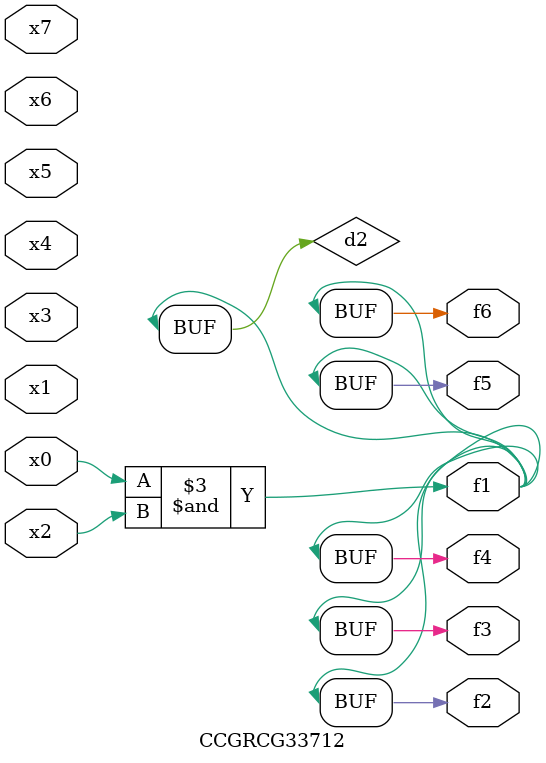
<source format=v>
module CCGRCG33712(
	input x0, x1, x2, x3, x4, x5, x6, x7,
	output f1, f2, f3, f4, f5, f6
);

	wire d1, d2;

	nor (d1, x3, x6);
	and (d2, x0, x2);
	assign f1 = d2;
	assign f2 = d2;
	assign f3 = d2;
	assign f4 = d2;
	assign f5 = d2;
	assign f6 = d2;
endmodule

</source>
